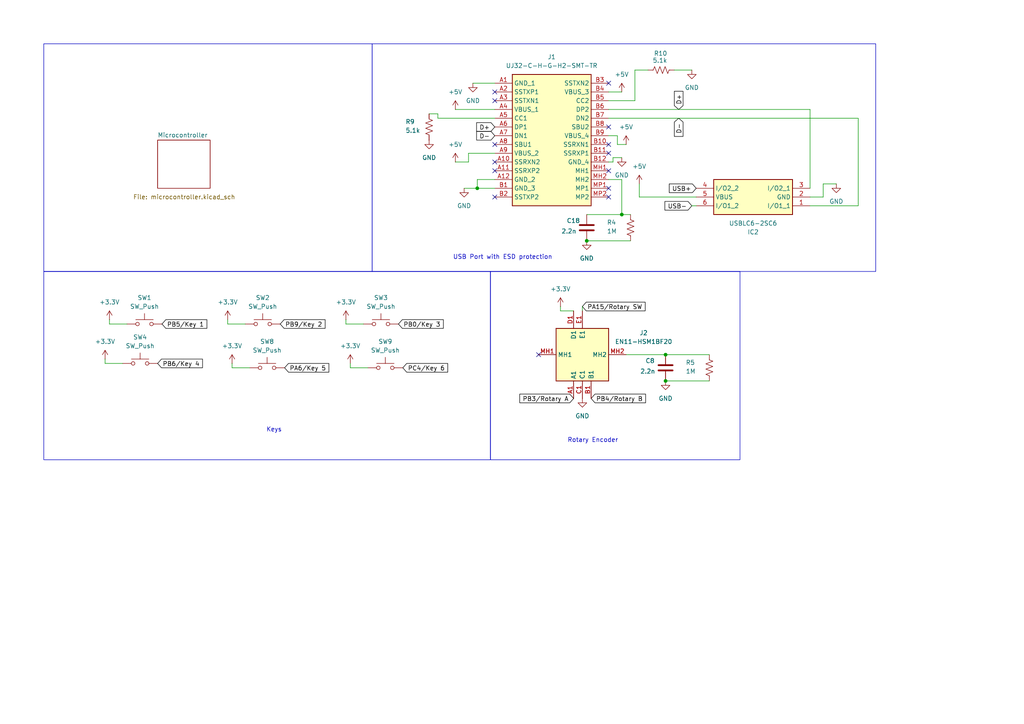
<source format=kicad_sch>
(kicad_sch (version 20231120) (generator "eeschema") (generator_version "8.0")
  (paper "A4")
  (lib_symbols
    (symbol "CustomSymbols:+5V" (power) (pin_numbers hide) (pin_names (offset 0) hide)
      (property "Value" "+5V" (at 0 3.556 0))
      (symbol "+5V_0_1"
        (polyline (pts (xy -0.762 1.27) (xy 0 2.54)))
        (polyline (pts (xy 0 0) (xy 0 2.54)))
        (polyline (pts (xy 0 2.54) (xy 0.762 1.27)))
      )
      (symbol "+5V_1_1"
        (pin power_in line (at 0 0 90) (length 0) (name "~") (number "1"))
      )
    )
    (symbol "CustomSymbols:C" (pin_numbers hide) (pin_names (offset 0.254))
      (property "Reference" "C" (at 0.635 2.54 0))
      (property "Value" "C" (at 0.635 -2.54 0))
      (symbol "C_0_1"
        (polyline (pts (xy -2.032 -0.762) (xy 2.032 -0.762)) (stroke (width 0.508)))
        (polyline (pts (xy -2.032 0.762) (xy 2.032 0.762)) (stroke (width 0.508)))
      )
      (symbol "C_1_1"
        (pin passive line (at 0 3.81 270) (length 2.794) (name "~") (number "1"))
        (pin passive line (at 0 -3.81 90) (length 2.794) (name "~") (number "2"))
      )
    )
    (symbol "CustomSymbols:EN11-HSM1BF20"
      (property "Reference" "J" (at 21.59 12.7 0))
      (property "Value" "EN11-HSM1BF20" (at 21.59 10.16 0))
      (symbol "EN11-HSM1BF20_1_1"
        (rectangle (start 5.08 7.62) (end 20.32 -7.62) (stroke (width 0.254)) (fill (type background)))
        (pin passive line (at 10.16 -12.7 90) (length 5.08) (name "A1") (number "A1"))
        (pin passive line (at 15.24 -12.7 90) (length 5.08) (name "B1") (number "B1"))
        (pin passive line (at 12.7 -12.7 90) (length 5.08) (name "C1") (number "C1"))
        (pin passive line (at 10.16 12.7 270) (length 5.08) (name "D1") (number "D1"))
        (pin passive line (at 12.7 12.7 270) (length 5.08) (name "E1") (number "E1"))
        (pin passive line (at 0 0 0) (length 5.08) (name "MH1") (number "MH1"))
        (pin passive line (at 25.4 0 180) (length 5.08) (name "MH2") (number "MH2"))
      )
    )
    (symbol "CustomSymbols:GND" (power) (pin_numbers hide) (pin_names (offset 0) hide)
      (property "Value" "GND" (at 0 -3.81 0))
      (symbol "GND_0_1"
        (polyline (pts (xy 0 0) (xy 0 -1.27) (xy 1.27 -1.27) (xy 0 -2.54) (xy -1.27 -1.27) (xy 0 -1.27)))
      )
      (symbol "GND_1_1"
        (pin power_in line (at 0 0 270) (length 0) (name "~") (number "1"))
      )
    )
    (symbol "CustomSymbols:R_US" (pin_numbers hide) (pin_names (offset 0))
      (property "Reference" "R" (at 2.54 0 90))
      (property "Value" "R_US" (at -2.54 0 90))
      (symbol "R_US_0_1"
        (polyline (pts (xy 0 -2.286) (xy 0 -2.54)))
        (polyline (pts (xy 0 2.286) (xy 0 2.54)))
        (polyline (pts (xy 0 -0.762) (xy 1.016 -1.143) (xy 0 -1.524) (xy -1.016 -1.905) (xy 0 -2.286)))
        (polyline (pts (xy 0 0.762) (xy 1.016 0.381) (xy 0 0) (xy -1.016 -0.381) (xy 0 -0.762)))
        (polyline (pts (xy 0 2.286) (xy 1.016 1.905) (xy 0 1.524) (xy -1.016 1.143) (xy 0 0.762)))
      )
      (symbol "R_US_1_1"
        (pin passive line (at 0 3.81 270) (length 1.27) (name "~") (number "1"))
        (pin passive line (at 0 -3.81 90) (length 1.27) (name "~") (number "2"))
      )
    )
    (symbol "CustomSymbols:UJ32-C-H-G-H2-SMT-TR"
      (property "Reference" "J" (at 29.21 7.62 0))
      (property "Value" "UJ32-C-H-G-H2-SMT-TR" (at 29.21 5.08 0))
      (symbol "UJ32-C-H-G-H2-SMT-TR_1_1"
        (rectangle (start 5.08 2.54) (end 27.94 -35.56) (stroke (width 0.254)) (fill (type background)))
        (pin passive line (at 0 0 0) (length 5.08) (name "GND_1") (number "A1"))
        (pin passive line (at 0 -22.86 0) (length 5.08) (name "SSRXN2") (number "A10"))
        (pin passive line (at 0 -25.4 0) (length 5.08) (name "SSRXP2") (number "A11"))
        (pin passive line (at 0 -27.94 0) (length 5.08) (name "GND_2") (number "A12"))
        (pin passive line (at 0 -2.54 0) (length 5.08) (name "SSTXP1") (number "A2"))
        (pin passive line (at 0 -5.08 0) (length 5.08) (name "SSTXN1") (number "A3"))
        (pin passive line (at 0 -7.62 0) (length 5.08) (name "VBUS_1") (number "A4"))
        (pin passive line (at 0 -10.16 0) (length 5.08) (name "CC1") (number "A5"))
        (pin passive line (at 0 -12.7 0) (length 5.08) (name "DP1") (number "A6"))
        (pin passive line (at 0 -15.24 0) (length 5.08) (name "DN1") (number "A7"))
        (pin passive line (at 0 -17.78 0) (length 5.08) (name "SBU1") (number "A8"))
        (pin passive line (at 0 -20.32 0) (length 5.08) (name "VBUS_2") (number "A9"))
        (pin passive line (at 0 -30.48 0) (length 5.08) (name "GND_3") (number "B1"))
        (pin passive line (at 33.02 -17.78 180) (length 5.08) (name "SSRXN1") (number "B10"))
        (pin passive line (at 33.02 -20.32 180) (length 5.08) (name "SSRXP1") (number "B11"))
        (pin passive line (at 33.02 -22.86 180) (length 5.08) (name "GND_4") (number "B12"))
        (pin passive line (at 0 -33.02 0) (length 5.08) (name "SSTXP2") (number "B2"))
        (pin passive line (at 33.02 0 180) (length 5.08) (name "SSTXN2") (number "B3"))
        (pin passive line (at 33.02 -2.54 180) (length 5.08) (name "VBUS_3") (number "B4"))
        (pin passive line (at 33.02 -5.08 180) (length 5.08) (name "CC2") (number "B5"))
        (pin passive line (at 33.02 -7.62 180) (length 5.08) (name "DP2") (number "B6"))
        (pin passive line (at 33.02 -10.16 180) (length 5.08) (name "DN2") (number "B7"))
        (pin passive line (at 33.02 -12.7 180) (length 5.08) (name "SBU2") (number "B8"))
        (pin passive line (at 33.02 -15.24 180) (length 5.08) (name "VBUS_4") (number "B9"))
        (pin passive line (at 33.02 -25.4 180) (length 5.08) (name "MH1") (number "MH1"))
        (pin passive line (at 33.02 -27.94 180) (length 5.08) (name "MH2") (number "MH2"))
        (pin passive line (at 33.02 -30.48 180) (length 5.08) (name "MP1") (number "MP1"))
        (pin passive line (at 33.02 -33.02 180) (length 5.08) (name "MP2") (number "MP2"))
      )
    )
    (symbol "CustomSymbols:USBLC6-2SC6"
      (property "Reference" "IC" (at 29.21 7.62 0))
      (property "Value" "USBLC6-2SC6" (at 29.21 5.08 0))
      (symbol "USBLC6-2SC6_1_1"
        (rectangle (start 5.08 2.54) (end 27.94 -7.62) (stroke (width 0.254)) (fill (type background)))
        (pin passive line (at 0 0 0) (length 5.08) (name "I/O1_1") (number "1"))
        (pin passive line (at 0 -2.54 0) (length 5.08) (name "GND") (number "2"))
        (pin passive line (at 0 -5.08 0) (length 5.08) (name "I/O2_1") (number "3"))
        (pin passive line (at 33.02 -5.08 180) (length 5.08) (name "I/O2_2") (number "4"))
        (pin passive line (at 33.02 -2.54 180) (length 5.08) (name "VBUS") (number "5"))
        (pin passive line (at 33.02 0 180) (length 5.08) (name "I/O1_2") (number "6"))
      )
    )
    (symbol "Switch:SW_Push" (pin_numbers hide) (pin_names (offset 1.016) hide)
      (property "Reference" "SW" (at 1.27 2.54 0))
      (property "Value" "SW_Push" (at 0 -1.524 0))
      (symbol "SW_Push_0_1"
        (circle (center -2.032 0) (radius 0.508))
        (polyline (pts (xy 0 1.27) (xy 0 3.048)))
        (polyline (pts (xy 2.54 1.27) (xy -2.54 1.27)))
        (circle (center 2.032 0) (radius 0.508))
        (pin passive line (at -5.08 0 0) (length 2.54) (name "1") (number "1"))
        (pin passive line (at 5.08 0 180) (length 2.54) (name "2") (number "2"))
      )
    )
    (symbol "power:+3.3V" (power) (pin_numbers hide) (pin_names (offset 0) hide)
      (property "Value" "+3.3V" (at 0 3.556 0))
      (symbol "+3.3V_0_1"
        (polyline (pts (xy -0.762 1.27) (xy 0 2.54)))
        (polyline (pts (xy 0 0) (xy 0 2.54)))
        (polyline (pts (xy 0 2.54) (xy 0.762 1.27)))
      )
      (symbol "+3.3V_1_1"
        (pin power_in line (at 0 0 90) (length 0) (name "~") (number "1"))
      )
    )
    (symbol "power:+5V" (power) (pin_numbers hide) (pin_names (offset 0) hide)
      (property "Value" "+5V" (at 0 3.556 0))
      (symbol "+5V_0_1"
        (polyline (pts (xy -0.762 1.27) (xy 0 2.54)))
        (polyline (pts (xy 0 0) (xy 0 2.54)))
        (polyline (pts (xy 0 2.54) (xy 0.762 1.27)))
      )
      (symbol "+5V_1_1"
        (pin power_in line (at 0 0 90) (length 0) (name "~") (number "1"))
      )
    )
    (symbol "power:GND" (power) (pin_numbers hide) (pin_names (offset 0) hide)
      (property "Value" "GND" (at 0 -3.81 0))
      (symbol "GND_0_1"
        (polyline (pts (xy 0 0) (xy 0 -1.27) (xy 1.27 -1.27) (xy 0 -2.54) (xy -1.27 -1.27) (xy 0 -1.27)))
      )
      (symbol "GND_1_1"
        (pin power_in line (at 0 0 270) (length 0) (name "~") (number "1"))
      )
    )
  )
  (junction (at 180.34 62.23))
  (junction (at 138.43 54.61))
  (junction (at 170.18 69.85))
  (junction (at 193.04 102.87))
  (junction (at 193.04 110.49))
  (no_connect (at 176.53 57.15))
  (no_connect (at 176.53 24.13))
  (no_connect (at 143.51 46.99))
  (no_connect (at 143.51 41.91))
  (no_connect (at 143.51 29.21))
  (no_connect (at 176.53 54.61))
  (no_connect (at 156.21 102.87))
  (no_connect (at 176.53 41.91))
  (no_connect (at 143.51 57.15))
  (no_connect (at 176.53 49.53))
  (no_connect (at 143.51 26.67))
  (no_connect (at 143.51 49.53))
  (no_connect (at 176.53 44.45))
  (no_connect (at 176.53 36.83))
  (wire (pts (xy 127 33.02) (xy 124.46 33.02)))
  (wire (pts (xy 248.92 34.29) (xy 248.92 59.69)))
  (wire (pts (xy 66.04 93.98) (xy 66.04 92.71)))
  (wire (pts (xy 176.53 46.99) (xy 177.8 46.99)))
  (wire (pts (xy 138.43 52.07) (xy 138.43 54.61)))
  (wire (pts (xy 184.15 20.32) (xy 187.96 20.32)))
  (wire (pts (xy 176.53 26.67) (xy 180.34 26.67)))
  (wire (pts (xy 132.08 31.75) (xy 143.51 31.75)))
  (wire (pts (xy 234.95 57.15) (xy 238.76 57.15)))
  (wire (pts (xy 67.31 106.68) (xy 67.31 105.41)))
  (wire (pts (xy 71.12 93.98) (xy 66.04 93.98)))
  (wire (pts (xy 176.53 34.29) (xy 248.92 34.29)))
  (wire (pts (xy 135.89 44.45) (xy 135.89 46.99)))
  (wire (pts (xy 179.07 41.91) (xy 181.61 41.91)))
  (wire (pts (xy 201.93 59.69) (xy 200.66 59.69)))
  (wire (pts (xy 177.8 45.72) (xy 180.34 45.72)))
  (wire (pts (xy 200.66 20.32) (xy 195.58 20.32)))
  (wire (pts (xy 138.43 54.61) (xy 143.51 54.61)))
  (wire (pts (xy 180.34 52.07) (xy 180.34 62.23)))
  (wire (pts (xy 181.61 102.87) (xy 193.04 102.87)))
  (wire (pts (xy 180.34 62.23) (xy 182.88 62.23)))
  (wire (pts (xy 179.07 39.37) (xy 179.07 41.91)))
  (wire (pts (xy 30.48 105.41) (xy 30.48 104.14)))
  (wire (pts (xy 201.93 57.15) (xy 185.42 57.15)))
  (wire (pts (xy 234.95 31.75) (xy 234.95 54.61)))
  (wire (pts (xy 184.15 29.21) (xy 184.15 20.32)))
  (wire (pts (xy 176.53 52.07) (xy 180.34 52.07)))
  (wire (pts (xy 143.51 34.29) (xy 127 34.29)))
  (wire (pts (xy 134.62 54.61) (xy 138.43 54.61)))
  (wire (pts (xy 143.51 52.07) (xy 138.43 52.07)))
  (wire (pts (xy 135.89 46.99) (xy 132.08 46.99)))
  (wire (pts (xy 35.56 105.41) (xy 30.48 105.41)))
  (wire (pts (xy 238.76 57.15) (xy 238.76 53.34)))
  (wire (pts (xy 193.04 110.49) (xy 205.74 110.49)))
  (wire (pts (xy 143.51 44.45) (xy 135.89 44.45)))
  (wire (pts (xy 31.75 93.98) (xy 31.75 92.71)))
  (wire (pts (xy 177.8 46.99) (xy 177.8 45.72)))
  (wire (pts (xy 238.76 53.34) (xy 242.57 53.34)))
  (wire (pts (xy 36.83 93.98) (xy 31.75 93.98)))
  (wire (pts (xy 176.53 39.37) (xy 179.07 39.37)))
  (wire (pts (xy 170.18 69.85) (xy 182.88 69.85)))
  (wire (pts (xy 193.04 102.87) (xy 205.74 102.87)))
  (wire (pts (xy 176.53 29.21) (xy 184.15 29.21)))
  (wire (pts (xy 170.18 62.23) (xy 180.34 62.23)))
  (wire (pts (xy 100.33 93.98) (xy 100.33 92.71)))
  (wire (pts (xy 176.53 31.75) (xy 234.95 31.75)))
  (wire (pts (xy 72.39 106.68) (xy 67.31 106.68)))
  (wire (pts (xy 185.42 57.15) (xy 185.42 53.34)))
  (wire (pts (xy 137.16 24.13) (xy 143.51 24.13)))
  (wire (pts (xy 162.56 90.17) (xy 162.56 88.9)))
  (wire (pts (xy 101.6 106.68) (xy 101.6 105.41)))
  (wire (pts (xy 127 34.29) (xy 127 33.02)))
  (wire (pts (xy 168.91 88.9) (xy 168.91 90.17)))
  (wire (pts (xy 105.41 93.98) (xy 100.33 93.98)))
  (wire (pts (xy 106.68 106.68) (xy 101.6 106.68)))
  (wire (pts (xy 166.37 90.17) (xy 162.56 90.17)))
  (wire (pts (xy 248.92 59.69) (xy 234.95 59.69)))
  (rectangle (start 142.24 78.74) (end 214.63 133.35))
  (rectangle (start 12.7 78.74) (end 142.24 133.35))
  (rectangle (start 107.95 12.7) (end 254 78.74))
  (rectangle (start 12.7 12.7) (end 107.95 78.74))
  (text "Keys\n" (at 79.502 124.714 0) (effects (font (size 1.27 1.27))))
  (text "Rotary Encoder\n" (at 171.958 127.762 0) (effects (font (size 1.27 1.27))))
  (text "USB Port with ESD protection\n\n" (at 145.796 75.692 0) (effects (font (size 1.27 1.27))))
  (global_label "PB4{slash}Rotary B" (shape input) (at 171.45 115.57 0) (property "Intersheetrefs" "${INTERSHEET_REFS}" (effects (hide yes))))
  (global_label "PA6{slash}Key 5" (shape input) (at 82.55 106.68 0) (property "Intersheetrefs" "${INTERSHEET_REFS}" (effects (hide yes))))
  (global_label "PB0{slash}Key 3" (shape input) (at 115.57 93.98 0) (property "Intersheetrefs" "${INTERSHEET_REFS}" (effects (hide yes))))
  (global_label "D+" (shape input) (at 143.51 36.83 180) (property "Intersheetrefs" "${INTERSHEET_REFS}" (effects (hide yes))))
  (global_label "PB3{slash}Rotary A" (shape input) (at 166.37 115.57 180) (property "Intersheetrefs" "${INTERSHEET_REFS}" (effects (hide yes))))
  (global_label "D-" (shape input) (at 196.85 34.29 270) (property "Intersheetrefs" "${INTERSHEET_REFS}" (effects (hide yes))))
  (global_label "D+" (shape input) (at 196.85 31.75 90) (property "Intersheetrefs" "${INTERSHEET_REFS}" (effects (hide yes))))
  (global_label "D-" (shape input) (at 143.51 39.37 180) (property "Intersheetrefs" "${INTERSHEET_REFS}" (effects (hide yes))))
  (global_label "PB9{slash}Key 2" (shape input) (at 81.28 93.98 0) (property "Intersheetrefs" "${INTERSHEET_REFS}" (effects (hide yes))))
  (global_label "USB-" (shape input) (at 200.66 59.69 180) (property "Intersheetrefs" "${INTERSHEET_REFS}" (effects (hide yes))))
  (global_label "PB6{slash}Key 4" (shape input) (at 45.72 105.41 0) (property "Intersheetrefs" "${INTERSHEET_REFS}" (effects (hide yes))))
  (global_label "PB5{slash}Key 1" (shape input) (at 46.99 93.98 0) (property "Intersheetrefs" "${INTERSHEET_REFS}" (effects (hide yes))))
  (global_label "USB+" (shape input) (at 201.93 54.61 180) (property "Intersheetrefs" "${INTERSHEET_REFS}" (effects (hide yes))))
  (global_label "PA15{slash}Rotary SW" (shape input) (at 168.91 88.9 0) (property "Intersheetrefs" "${INTERSHEET_REFS}" (effects (hide yes))))
  (global_label "PC4{slash}Key 6" (shape input) (at 116.84 106.68 0) (property "Intersheetrefs" "${INTERSHEET_REFS}" (effects (hide yes))))
  (symbol (lib_id "CustomSymbols:C") (at 170.18 66.04 0) (unit 1)
    (property "Reference" "C18" (at 164.338 64.008 0) (effects (justify left)))
    (property "Value" "2.2n" (at 162.814 67.056 0) (effects (justify left)))
    (property "Footprint" "Capacitor_SMD:C_0805_2012Metric_Pad1.18x1.45mm_HandSolder" (effects (hide yes)))
    (property "Description" "Unpolarized capacitor" (effects (hide yes)))
  )
  (symbol (lib_id "Switch:SW_Push") (at 77.47 106.68 0) (unit 1)
    (property "Reference" "SW8" (at 77.47 99.06 0))
    (property "Value" "SW_Push" (at 77.47 101.6 0))
    (property "Footprint" "CustomFootprints:SW_MX" (effects (hide yes)))
    (property "Description" "Push button switch, generic, two pins" (effects (hide yes)))
  )
  (symbol (lib_id "Switch:SW_Push") (at 40.64 105.41 0) (unit 1)
    (property "Reference" "SW4" (at 40.64 97.79 0))
    (property "Value" "SW_Push" (at 40.64 100.33 0))
    (property "Footprint" "CustomFootprints:SW_MX" (effects (hide yes)))
    (property "Description" "Push button switch, generic, two pins" (effects (hide yes)))
  )
  (symbol (lib_id "power:+3.3V") (at 30.48 104.14 0) (unit 1)
    (property "Reference" "#PWR035" (effects (hide yes)))
    (property "Value" "+3.3V" (at 30.48 99.06 0))
    (property "Description" "Power symbol creates a global label with name \"+3.3V\"" (effects (hide yes)))
  )
  (symbol (lib_id "power:GND") (at 200.66 20.32 0) (unit 1)
    (property "Reference" "#PWR053" (effects (hide yes)))
    (property "Value" "GND" (at 200.66 25.4 0))
    (property "Description" "Power symbol creates a global label with name \"GND\" , ground" (effects (hide yes)))
  )
  (symbol (lib_id "power:GND") (at 134.62 54.61 0) (unit 1)
    (property "Reference" "#PWR031" (effects (hide yes)))
    (property "Value" "GND" (at 134.62 59.69 0))
    (property "Description" "Power symbol creates a global label with name \"GND\" , ground" (effects (hide yes)))
  )
  (symbol (lib_id "CustomSymbols:EN11-HSM1BF20") (at 156.21 102.87 0) (unit 1)
    (property "Reference" "J2" (at 186.69 96.5514 0))
    (property "Value" "EN11-HSM1BF20" (at 186.69 99.0914 0))
    (property "Footprint" "EN11HSM1BF20" (effects (hide yes)))
    (property "Description" "Mechanical Encoder Rotary Incremental Flat 0.018N.m Straight Gray Digital Square Wave 20PPR Through Hole PC Pin" (effects (hide yes)))
    (property "Height" "26.2" (effects (hide yes)))
    (property "Mouser Part Number" "858-EN11-HSM1BF20" (effects (hide yes)))
    (property "Mouser Price/Stock" "https://www.mouser.co.uk/ProductDetail/BI-Technologies-TT-Electronics/EN11-HSM1BF20?qs=%252BUYXD5bnyXp4Uf1MU7v3zw%3D%3D" (effects (hide yes)))
    (property "Manufacturer_Name" "TT Electronics" (effects (hide yes)))
    (property "Manufacturer_Part_Number" "EN11-HSM1BF20" (effects (hide yes)))
  )
  (symbol (lib_id "power:+3.3V") (at 100.33 92.71 0) (unit 1)
    (property "Reference" "#PWR034" (effects (hide yes)))
    (property "Value" "+3.3V" (at 100.33 87.63 0))
    (property "Description" "Power symbol creates a global label with name \"+3.3V\"" (effects (hide yes)))
  )
  (symbol (lib_id "CustomSymbols:R_US") (at 205.74 106.68 0) (unit 1)
    (property "Reference" "R5" (at 198.882 105.156 0) (effects (justify left)))
    (property "Value" "1M" (at 198.882 107.696 0) (effects (justify left)))
    (property "Footprint" "Resistor_SMD:R_0805_2012Metric_Pad1.20x1.40mm_HandSolder" (effects (hide yes)))
    (property "Description" "Resistor, US symbol" (effects (hide yes)))
  )
  (symbol (lib_id "Switch:SW_Push") (at 110.49 93.98 0) (unit 1)
    (property "Reference" "SW3" (at 110.49 86.36 0))
    (property "Value" "SW_Push" (at 110.49 88.9 0))
    (property "Footprint" "CustomFootprints:SW_MX" (effects (hide yes)))
    (property "Description" "Push button switch, generic, two pins" (effects (hide yes)))
  )
  (symbol (lib_id "power:+5V") (at 181.61 41.91 0) (unit 1)
    (property "Reference" "#PWR041" (effects (hide yes)))
    (property "Value" "+5V" (at 181.61 36.83 0))
    (property "Description" "Power symbol creates a global label with name \"+5V\"" (effects (hide yes)))
  )
  (symbol (lib_id "CustomSymbols:R_US") (at 124.46 36.83 0) (unit 1)
    (property "Reference" "R9" (at 117.602 35.306 0) (effects (justify left)))
    (property "Value" "5.1k" (at 117.602 37.846 0) (effects (justify left)))
    (property "Footprint" "Resistor_SMD:R_0805_2012Metric_Pad1.20x1.40mm_HandSolder" (effects (hide yes)))
    (property "Description" "Resistor, US symbol" (effects (hide yes)))
  )
  (symbol (lib_id "power:GND") (at 180.34 45.72 0) (unit 1)
    (property "Reference" "#PWR042" (effects (hide yes)))
    (property "Value" "GND" (at 180.34 50.8 0))
    (property "Description" "Power symbol creates a global label with name \"GND\" , ground" (effects (hide yes)))
  )
  (symbol (lib_id "power:+3.3V") (at 162.56 88.9 0) (unit 1)
    (property "Reference" "#PWR046" (effects (hide yes)))
    (property "Value" "+3.3V" (at 162.56 83.82 0))
    (property "Description" "Power symbol creates a global label with name \"+3.3V\"" (effects (hide yes)))
  )
  (symbol (lib_id "CustomSymbols:USBLC6-2SC6") (at 234.95 59.69 180) (unit 1)
    (property "Reference" "IC2" (at 218.44 67.31 0))
    (property "Value" "USBLC6-2SC6" (at 218.44 64.77 0))
    (property "Footprint" "SOT95P280X145-6N" (effects (hide yes)))
    (property "Datasheet" "http://www.st.com/st-web-ui/static/active/en/resource/technical/document/datasheet/CD00050750.pdf" (effects (hide yes)))
    (property "Description" "TVS Diode Array Uni-Directional USBLC6-2SC6 17V, SOT-23 6-Pin" (effects (hide yes)))
    (property "Height" "1.45" (effects (hide yes)))
    (property "Mouser Part Number" "511-USBLC6-2SC6" (effects (hide yes)))
    (property "Mouser Price/Stock" "https://www.mouser.co.uk/ProductDetail/STMicroelectronics/USBLC6-2SC6?qs=po45yt2pPpu%2FhNIlwQdTlg%3D%3D" (effects (hide yes)))
    (property "Manufacturer_Name" "STMicroelectronics" (effects (hide yes)))
    (property "Manufacturer_Part_Number" "USBLC6-2SC6" (effects (hide yes)))
  )
  (symbol (lib_id "CustomSymbols:C") (at 193.04 106.68 0) (unit 1)
    (property "Reference" "C8" (at 187.198 104.648 0) (effects (justify left)))
    (property "Value" "2.2n" (at 185.674 107.696 0) (effects (justify left)))
    (property "Footprint" "Capacitor_SMD:C_0805_2012Metric_Pad1.18x1.45mm_HandSolder" (effects (hide yes)))
    (property "Description" "Unpolarized capacitor" (effects (hide yes)))
  )
  (symbol (lib_id "power:GND") (at 124.46 40.64 0) (unit 1)
    (property "Reference" "#PWR048" (effects (hide yes)))
    (property "Value" "GND" (at 124.46 45.72 0))
    (property "Description" "Power symbol creates a global label with name \"GND\" , ground" (effects (hide yes)))
  )
  (symbol (lib_id "CustomSymbols:+5V") (at 185.42 53.34 0) (unit 1)
    (property "Reference" "#PWR029" (effects (hide yes)))
    (property "Value" "+5V" (at 185.42 48.26 0))
    (property "Description" "Power symbol creates a global label with name \"+5V\"" (effects (hide yes)))
  )
  (symbol (lib_id "Switch:SW_Push") (at 41.91 93.98 0) (unit 1)
    (property "Reference" "SW1" (at 41.91 86.36 0))
    (property "Value" "SW_Push" (at 41.91 88.9 0))
    (property "Footprint" "CustomFootprints:SW_MX" (effects (hide yes)))
    (property "Description" "Push button switch, generic, two pins" (effects (hide yes)))
  )
  (symbol (lib_id "CustomSymbols:GND") (at 242.57 53.34 0) (unit 1)
    (property "Reference" "#PWR033" (effects (hide yes)))
    (property "Value" "GND" (at 242.57 58.42 0))
    (property "Description" "Power symbol creates a global label with name \"GND\" , ground" (effects (hide yes)))
  )
  (symbol (lib_id "CustomSymbols:R_US") (at 182.88 66.04 0) (unit 1)
    (property "Reference" "R4" (at 176.022 64.516 0) (effects (justify left)))
    (property "Value" "1M" (at 176.022 67.056 0) (effects (justify left)))
    (property "Footprint" "Resistor_SMD:R_0805_2012Metric_Pad1.20x1.40mm_HandSolder" (effects (hide yes)))
    (property "Description" "Resistor, US symbol" (effects (hide yes)))
  )
  (symbol (lib_id "CustomSymbols:GND") (at 170.18 69.85 0) (unit 1)
    (property "Reference" "#PWR030" (effects (hide yes)))
    (property "Value" "GND" (at 170.18 74.93 0))
    (property "Description" "Power symbol creates a global label with name \"GND\" , ground" (effects (hide yes)))
  )
  (symbol (lib_id "power:+3.3V") (at 66.04 92.71 0) (unit 1)
    (property "Reference" "#PWR05" (effects (hide yes)))
    (property "Value" "+3.3V" (at 66.04 87.63 0))
    (property "Description" "Power symbol creates a global label with name \"+3.3V\"" (effects (hide yes)))
  )
  (symbol (lib_id "power:+5V") (at 132.08 46.99 0) (unit 1)
    (property "Reference" "#PWR032" (effects (hide yes)))
    (property "Value" "+5V" (at 132.08 41.91 0))
    (property "Description" "Power symbol creates a global label with name \"+5V\"" (effects (hide yes)))
  )
  (symbol (lib_id "power:+5V") (at 180.34 26.67 0) (unit 1)
    (property "Reference" "#PWR038" (effects (hide yes)))
    (property "Value" "+5V" (at 180.34 21.59 0))
    (property "Description" "Power symbol creates a global label with name \"+5V\"" (effects (hide yes)))
  )
  (symbol (lib_id "Switch:SW_Push") (at 76.2 93.98 0) (unit 1)
    (property "Reference" "SW2" (at 76.2 86.36 0))
    (property "Value" "SW_Push" (at 76.2 88.9 0))
    (property "Footprint" "CustomFootprints:SW_MX" (effects (hide yes)))
    (property "Description" "Push button switch, generic, two pins" (effects (hide yes)))
  )
  (symbol (lib_id "power:+3.3V") (at 101.6 105.41 0) (unit 1)
    (property "Reference" "#PWR040" (effects (hide yes)))
    (property "Value" "+3.3V" (at 101.6 100.33 0))
    (property "Description" "Power symbol creates a global label with name \"+3.3V\"" (effects (hide yes)))
  )
  (symbol (lib_id "power:+5V") (at 132.08 31.75 0) (unit 1)
    (property "Reference" "#PWR036" (effects (hide yes)))
    (property "Value" "+5V" (at 132.08 26.67 0))
    (property "Description" "Power symbol creates a global label with name \"+5V\"" (effects (hide yes)))
  )
  (symbol (lib_id "CustomSymbols:R_US") (at 191.77 20.32 90) (unit 1)
    (property "Reference" "R10" (at 193.548 15.494 90) (effects (justify left)))
    (property "Value" "5.1k" (at 193.548 17.526 90) (effects (justify left)))
    (property "Footprint" "Resistor_SMD:R_0805_2012Metric_Pad1.20x1.40mm_HandSolder" (effects (hide yes)))
    (property "Description" "Resistor, US symbol" (effects (hide yes)))
  )
  (symbol (lib_id "power:GND") (at 137.16 24.13 0) (unit 1)
    (property "Reference" "#PWR037" (effects (hide yes)))
    (property "Value" "GND" (at 137.16 29.21 0))
    (property "Description" "Power symbol creates a global label with name \"GND\" , ground" (effects (hide yes)))
  )
  (symbol (lib_id "CustomSymbols:GND") (at 193.04 110.49 0) (unit 1)
    (property "Reference" "#PWR043" (effects (hide yes)))
    (property "Value" "GND" (at 193.04 115.57 0))
    (property "Description" "Power symbol creates a global label with name \"GND\" , ground" (effects (hide yes)))
  )
  (symbol (lib_id "power:GND") (at 168.91 115.57 0) (unit 1)
    (property "Reference" "#PWR044" (effects (hide yes)))
    (property "Value" "GND" (at 168.91 120.65 0))
    (property "Description" "Power symbol creates a global label with name \"GND\" , ground" (effects (hide yes)))
  )
  (symbol (lib_id "Switch:SW_Push") (at 111.76 106.68 0) (unit 1)
    (property "Reference" "SW9" (at 111.76 99.06 0))
    (property "Value" "SW_Push" (at 111.76 101.6 0))
    (property "Footprint" "CustomFootprints:SW_MX" (effects (hide yes)))
    (property "Description" "Push button switch, generic, two pins" (effects (hide yes)))
  )
  (symbol (lib_id "CustomSymbols:UJ32-C-H-G-H2-SMT-TR") (at 143.51 24.13 0) (unit 1)
    (property "Reference" "J1" (at 160.02 16.51 0))
    (property "Value" "UJ32-C-H-G-H2-SMT-TR" (at 160.02 19.05 0))
    (property "Footprint" "UJ32CHGH2SMTTR" (effects (hide yes)))
    (property "Datasheet" "https://www.sameskydevices.com/product/resource/supplyframepdf/uj32-c-h-g-h2-smt-tr.pdf" (effects (hide yes)))
    (property "Description" "Type C, USB 3.2 Gen 2x2, 20 Gbps, 20 Vac, 5 A, Right Angle, Gold Flash, Surface Mount, Black Insulator, USB Receptacle" (effects (hide yes)))
    (property "Height" "3.62" (effects (hide yes)))
    (property "Mouser Part Number" "179-UJ32CHGH2SMTTR" (effects (hide yes)))
    (property "Mouser Price/Stock" "https://www.mouser.co.uk/ProductDetail/CUI-Devices/UJ32-C-H-G-H2-SMT-TR?qs=vvQtp7zwQdN9hqweK3Xukg%3D%3D" (effects (hide yes)))
    (property "Manufacturer_Name" "Same Sky" (effects (hide yes)))
    (property "Manufacturer_Part_Number" "UJ32-C-H-G-H2-SMT-TR" (effects (hide yes)))
  )
  (symbol (lib_id "power:+3.3V") (at 31.75 92.71 0) (unit 1)
    (property "Reference" "#PWR04" (effects (hide yes)))
    (property "Value" "+3.3V" (at 31.75 87.63 0))
    (property "Description" "Power symbol creates a global label with name \"+3.3V\"" (effects (hide yes)))
  )
  (symbol (lib_id "power:+3.3V") (at 67.31 105.41 0) (unit 1)
    (property "Reference" "#PWR039" (effects (hide yes)))
    (property "Value" "+3.3V" (at 67.31 100.33 0))
    (property "Description" "Power symbol creates a global label with name \"+3.3V\"" (effects (hide yes)))
  )
  (sheet (at 45.72 40.64) (size 15.24 13.97) (stroke (width 0.1524))
    (property "Sheetname" "Microcontroller" (at 45.72 39.9284 0) (effects (justify left bottom)))
    (property "Sheetfile" "microcontroller.kicad_sch" (at 38.608 56.388 0) (effects (justify left top)))
  )
)
</source>
